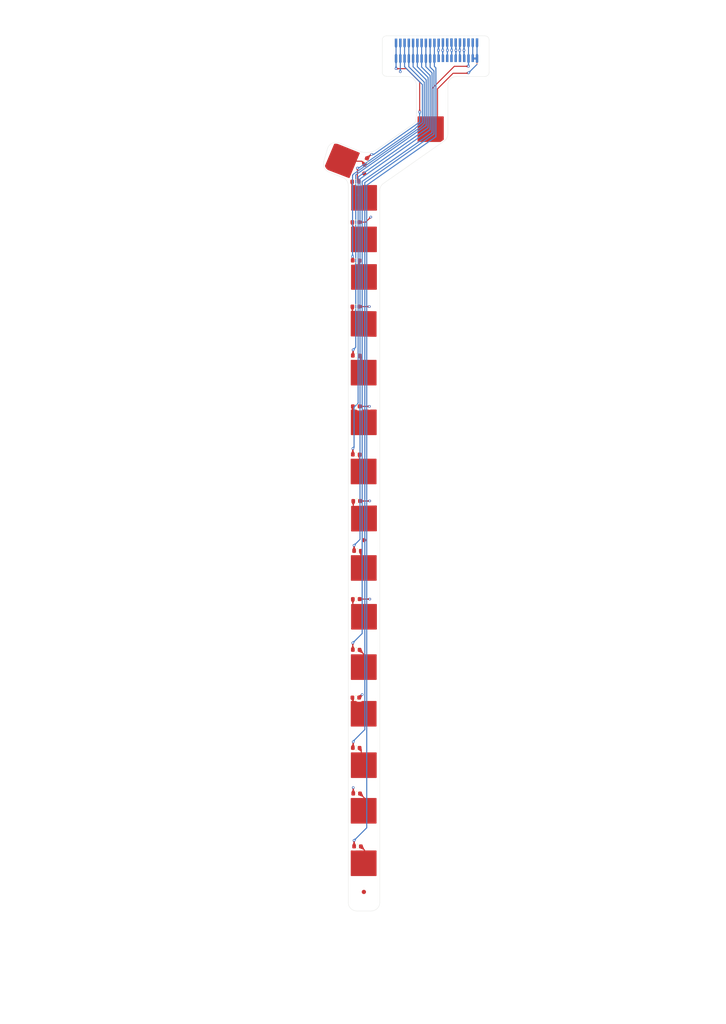
<source format=kicad_pcb>
(kicad_pcb
	(version 20240108)
	(generator "pcbnew")
	(generator_version "8.0")
	(general
		(thickness 1.6)
		(legacy_teardrops no)
	)
	(paper "A3")
	(layers
		(0 "F.Cu" signal)
		(1 "In1.Cu" signal)
		(2 "In2.Cu" signal)
		(31 "B.Cu" signal)
		(32 "B.Adhes" user "B.Adhesive")
		(33 "F.Adhes" user "F.Adhesive")
		(34 "B.Paste" user)
		(35 "F.Paste" user)
		(36 "B.SilkS" user "B.Silkscreen")
		(37 "F.SilkS" user "F.Silkscreen")
		(38 "B.Mask" user)
		(39 "F.Mask" user)
		(40 "Dwgs.User" user "User.Drawings")
		(41 "Cmts.User" user "User.Comments")
		(42 "Eco1.User" user "User.Eco1")
		(43 "Eco2.User" user "User.Eco2")
		(44 "Edge.Cuts" user)
		(45 "Margin" user)
		(46 "B.CrtYd" user "B.Courtyard")
		(47 "F.CrtYd" user "F.Courtyard")
		(48 "B.Fab" user)
		(49 "F.Fab" user)
		(50 "User.1" user)
		(51 "User.2" user)
		(52 "User.3" user)
		(53 "User.4" user)
		(54 "User.5" user)
		(55 "User.6" user)
		(56 "User.7" user)
		(57 "User.8" user)
		(58 "User.9" user)
	)
	(setup
		(stackup
			(layer "F.SilkS"
				(type "Top Silk Screen")
			)
			(layer "F.Paste"
				(type "Top Solder Paste")
			)
			(layer "F.Mask"
				(type "Top Solder Mask")
				(thickness 0.01)
			)
			(layer "F.Cu"
				(type "copper")
				(thickness 0.035)
			)
			(layer "dielectric 1"
				(type "prepreg")
				(thickness 0.1)
				(material "FR4")
				(epsilon_r 4.5)
				(loss_tangent 0.02)
			)
			(layer "In1.Cu"
				(type "copper")
				(thickness 0.035)
			)
			(layer "dielectric 2"
				(type "core")
				(thickness 1.24)
				(material "FR4")
				(epsilon_r 4.5)
				(loss_tangent 0.02)
			)
			(layer "In2.Cu"
				(type "copper")
				(thickness 0.035)
			)
			(layer "dielectric 3"
				(type "prepreg")
				(thickness 0.1)
				(material "FR4")
				(epsilon_r 4.5)
				(loss_tangent 0.02)
			)
			(layer "B.Cu"
				(type "copper")
				(thickness 0.035)
			)
			(layer "B.Mask"
				(type "Bottom Solder Mask")
				(thickness 0.01)
			)
			(layer "B.Paste"
				(type "Bottom Solder Paste")
			)
			(layer "B.SilkS"
				(type "Bottom Silk Screen")
			)
			(copper_finish "None")
			(dielectric_constraints no)
		)
		(pad_to_mask_clearance 0)
		(allow_soldermask_bridges_in_footprints no)
		(pcbplotparams
			(layerselection 0x00010fc_ffffffff)
			(plot_on_all_layers_selection 0x0000000_00000000)
			(disableapertmacros no)
			(usegerberextensions no)
			(usegerberattributes yes)
			(usegerberadvancedattributes yes)
			(creategerberjobfile no)
			(dashed_line_dash_ratio 12.000000)
			(dashed_line_gap_ratio 3.000000)
			(svgprecision 4)
			(plotframeref no)
			(viasonmask no)
			(mode 1)
			(useauxorigin yes)
			(hpglpennumber 1)
			(hpglpenspeed 20)
			(hpglpendiameter 15.000000)
			(pdf_front_fp_property_popups yes)
			(pdf_back_fp_property_popups yes)
			(dxfpolygonmode yes)
			(dxfimperialunits yes)
			(dxfusepcbnewfont yes)
			(psnegative no)
			(psa4output no)
			(plotreference no)
			(plotvalue no)
			(plotfptext no)
			(plotinvisibletext no)
			(sketchpadsonfab no)
			(subtractmaskfromsilk yes)
			(outputformat 1)
			(mirror no)
			(drillshape 0)
			(scaleselection 1)
			(outputdirectory "gerber/")
		)
	)
	(net 0 "")
	(net 1 "/V1")
	(net 2 "/V2")
	(net 3 "/V3")
	(net 4 "/V4")
	(net 5 "/V5")
	(net 6 "/V6")
	(net 7 "/V7")
	(net 8 "/V8")
	(net 9 "/V9")
	(net 10 "/V10")
	(net 11 "/V11")
	(net 12 "/V12")
	(net 13 "/V13")
	(net 14 "/V14")
	(net 15 "/V15")
	(net 16 "Net-(J17-Pin_1)")
	(net 17 "VBUS")
	(net 18 "GND")
	(net 19 "Net-(J16-Pin_1)")
	(net 20 "Net-(J15-Pin_1)")
	(net 21 "Net-(J14-Pin_1)")
	(net 22 "Net-(J13-Pin_1)")
	(net 23 "Net-(J12-Pin_1)")
	(net 24 "Net-(J11-Pin_1)")
	(net 25 "Net-(J10-Pin_1)")
	(net 26 "Net-(J9-Pin_1)")
	(net 27 "Net-(J8-Pin_1)")
	(net 28 "Net-(J7-Pin_1)")
	(net 29 "Net-(J6-Pin_1)")
	(net 30 "Net-(J5-Pin_1)")
	(net 31 "Net-(J4-Pin_1)")
	(net 32 "Net-(J3-Pin_1)")
	(net 33 "Net-(J2-Pin_1)")
	(footprint "Fuse:Fuse_0603_1608Metric" (layer "F.Cu") (at 198.1 148.9 180))
	(footprint "Fuse:Fuse_0603_1608Metric" (layer "F.Cu") (at 198.3 229.9))
	(footprint "Fiducial:Fiducial_1mm_Mask2mm" (layer "F.Cu") (at 199.8 240.575))
	(footprint "Fuse:Fuse_0603_1608Metric" (layer "F.Cu") (at 197.9 103.3 180))
	(footprint "VTSENS:Baby_ST_Bond_Pad" (layer "F.Cu") (at 199.75 198.6 90))
	(footprint "Fiducial:Fiducial_1mm_Mask2mm" (layer "F.Cu") (at 199.875 72.1))
	(footprint "VTSENS:Baby_ST_Bond_Pad" (layer "F.Cu") (at 199.75 87.35 90))
	(footprint "VTSENS:Baby_ST_Bond_Pad" (layer "F.Cu") (at 199.75 107.1 90))
	(footprint "Fuse:Fuse_0603_1608Metric" (layer "F.Cu") (at 197.85 74 180))
	(footprint "VTSENS:Baby_ST_Bond_Pad" (layer "F.Cu") (at 199.75 221.85 -90))
	(footprint "VTSENS:Baby_ST_Bond_Pad" (layer "F.Cu") (at 199.95 95.942699 90))
	(footprint "VTSENS:Baby_ST_Bond_Pad" (layer "F.Cu") (at 199.776785 210.6 90))
	(footprint "Fuse:Fuse_0603_1608Metric" (layer "F.Cu") (at 198 171.9 180))
	(footprint "Fuse:Fuse_0603_1608Metric" (layer "F.Cu") (at 198.3 160.6))
	(footprint "Fuse:Fuse_0603_1608Metric" (layer "F.Cu") (at 197.9 83.5 180))
	(footprint "VTSENS:Baby_ST_Bond_Pad" (layer "F.Cu") (at 199.776785 187.657301 90))
	(footprint "VTSENS:Baby_ST_Bond_Pad" (layer "F.Cu") (at 215.8 62 90))
	(footprint "Fuse:Fuse_0603_1608Metric" (layer "F.Cu") (at 197.9 195 180))
	(footprint "VTSENS:Baby_ST_Bond_Pad" (layer "F.Cu") (at 194.5 69.2 -22.5))
	(footprint "Fuse:Fuse_0603_1608Metric" (layer "F.Cu") (at 200.25 69.3 -110))
	(footprint "Fuse:Fuse_0603_1608Metric" (layer "F.Cu") (at 198 183.8))
	(footprint "Fuse:Fuse_0603_1608Metric" (layer "F.Cu") (at 198 206.8))
	(footprint "Fuse:Fuse_0603_1608Metric" (layer "F.Cu") (at 197.975 92.5))
	(footprint "Fuse:Fuse_0603_1608Metric" (layer "F.Cu") (at 198 138))
	(footprint "VTSENS:Baby_ST_Bond_Pad" (layer "F.Cu") (at 199.75 141.6 90))
	(footprint "VTSENS:Baby_ST_Bond_Pad" (layer "F.Cu") (at 199.75 153.1 -90))
	(footprint "Fiducial:Fiducial_1mm_Mask2mm" (layer "F.Cu") (at 199.8375 158.0625))
	(footprint "VTSENS:Baby_ST_Bond_Pad" (layer "F.Cu") (at 199.95 233.625 -90))
	(footprint "VTSENS:Baby_ST_Bond_Pad" (layer "F.Cu") (at 199.75 175.85 -90))
	(footprint "Fuse:Fuse_0603_1608Metric" (layer "F.Cu") (at 198 126.7 180))
	(footprint "VTSENS:Baby_ST_Bond_Pad" (layer "F.Cu") (at 199.75 118.6 90))
	(footprint "Fuse:Fuse_0603_1608Metric" (layer "F.Cu") (at 198 114.8))
	(footprint "VTSENS:Baby_ST_Bond_Pad" (layer "F.Cu") (at 199.776785 164.407301 90))
	(footprint "VTSENS:Baby_ST_Bond_Pad" (layer "F.Cu") (at 199.75 130.6 -90))
	(footprint "Fuse:Fuse_0603_1608Metric" (layer "F.Cu") (at 198.1 217.5))
	(footprint "VTSENS:Baby_ST_Bond_Pad" (layer "F.Cu") (at 200 78.1 90))
	(footprint "FPC:526102072" (layer "B.Cu") (at 216.85 44.3 180))
	(gr_line
		(start 229.2 40.803673)
		(end 229.2 48.3)
		(stroke
			(width 0.05)
			(type default)
		)
		(layer "Edge.Cuts")
		(uuid "0c3a8ab2-7e75-42d2-b164-ad685089c946")
	)
	(gr_arc
		(start 191.280846 66.23386)
		(mid 192.32697 64.998891)
		(end 193.944481 64.942474)
		(stroke
			(width 0.05)
			(type default)
		)
		(layer "Edge.Cuts")
		(uuid "10f9bb30-f390-4bca-87cc-c309a3b49011")
	)
	(gr_line
		(start 205.1 39.800054)
		(end 228.2 39.800054)
		(stroke
			(width 0.05)
			(type default)
		)
		(layer "Edge.Cuts")
		(uuid "16b4808f-509a-4301-b9f5-d6b5aa1d61bd")
	)
	(gr_arc
		(start 203.529941 76.076143)
		(mid 203.755923 75.152653)
		(end 204.382788 74.437844)
		(stroke
			(width 0.05)
			(type default)
		)
		(layer "Edge.Cuts")
		(uuid "1a0944c0-d98a-4bcf-9c0c-f97317397c2d")
	)
	(gr_line
		(start 198.639921 66.82723)
		(end 193.944477 64.942485)
		(stroke
			(width 0.05)
			(type default)
		)
		(layer "Edge.Cuts")
		(uuid "1a3faf27-3f01-4645-a6dd-df4dbe0e6b91")
	)
	(gr_line
		(start 203.529941 76.076143)
		(end 203.529941 243.035014)
		(stroke
			(width 0.05)
			(type default)
		)
		(layer "Edge.Cuts")
		(uuid "223ae23d-fed2-44a0-ac0c-59e9220eff32")
	)
	(gr_line
		(start 212.103406 58.956943)
		(end 212.103406 51.350274)
		(stroke
			(width 0.05)
			(type default)
		)
		(layer "Edge.Cuts")
		(uuid "225b2130-0a0c-4014-9028-17bac7829ad9")
	)
	(gr_arc
		(start 203.0802 66.316193)
		(mid 200.9248 67.134215)
		(end 198.639921 66.82723)
		(stroke
			(width 0.05)
			(type default)
		)
		(layer "Edge.Cuts")
		(uuid "22cbaac1-8499-4598-bb83-d24087f11cd3")
	)
	(gr_line
		(start 218.650559 64.447444)
		(end 204.382788 74.437844)
		(stroke
			(width 0.05)
			(type default)
		)
		(layer "Edge.Cuts")
		(uuid "35271b94-7235-4f02-b81a-99ade4f90566")
	)
	(gr_arc
		(start 205.107084 49.292902)
		(mid 204.4 49)
		(end 204.107111 48.292902)
		(stroke
			(width 0.05)
			(type default)
		)
		(layer "Edge.Cuts")
		(uuid "48b97b31-a070-473d-bbd4-38646e865acf")
	)
	(gr_arc
		(start 228.192855 39.801765)
		(mid 228.905702 40.098128)
		(end 229.198272 40.812541)
		(stroke
			(width 0.05)
			(type default)
		)
		(layer "Edge.Cuts")
		(uuid "505fa6dc-19bc-4da9-bb9d-917add817e2f")
	)
	(gr_line
		(start 204.107111 48.292902)
		(end 204.107176 40.800054)
		(stroke
			(width 0.05)
			(type default)
		)
		(layer "Edge.Cuts")
		(uuid "518d22fd-8d55-459e-a696-b21469a40ae0")
	)
	(gr_arc
		(start 229.200625 48.299993)
		(mid 228.892062 49.043394)
		(end 228.14782 49.349925)
		(stroke
			(width 0.05)
			(type default)
		)
		(layer "Edge.Cuts")
		(uuid "70907e19-7e8f-47a9-8543-f2ee9730fb06")
	)
	(gr_arc
		(start 212.103406 58.956943)
		(mid 211.87743 59.880443)
		(end 211.250559 60.595248)
		(stroke
			(width 0.05)
			(type default)
		)
		(layer "Edge.Cuts")
		(uuid "74d998d2-5d53-48e6-a766-531d71c1368c")
	)
	(gr_arc
		(start 219.503406 51.350274)
		(mid 220.089183 49.93605)
		(end 221.503406 49.350274)
		(stroke
			(width 0.05)
			(type default)
		)
		(layer "Edge.Cuts")
		(uuid "76bebf18-bf11-41ec-bd6b-1fbb3c660362")
	)
	(gr_arc
		(start 191.556678 71.70489)
		(mid 190.502041 70.721335)
		(end 190.383069 69.284155)
		(stroke
			(width 0.05)
			(type default)
		)
		(layer "Edge.Cuts")
		(uuid "8b2382ee-ef13-4846-9616-ff815fe4fde4")
	)
	(gr_line
		(start 190.383069 69.284155)
		(end 191.280846 66.23386)
		(stroke
			(width 0.05)
			(type default)
		)
		(layer "Edge.Cuts")
		(uuid "967219e8-c239-4be8-a9f8-460a8f35cb30")
	)
	(gr_arc
		(start 219.503406 62.809143)
		(mid 219.277423 63.732632)
		(end 218.650559 64.447444)
		(stroke
			(width 0.05)
			(type default)
		)
		(layer "Edge.Cuts")
		(uuid "a2689f82-1c28-4c33-acca-2016fcb18d11")
	)
	(gr_line
		(start 219.503406 51.350274)
		(end 219.503406 62.809143)
		(stroke
			(width 0.05)
			(type default)
		)
		(layer "Edge.Cuts")
		(uuid "a4def3db-73ee-456f-9051-0bacb1fb8633")
	)
	(gr_line
		(start 210.103406 49.350274)
		(end 205.107084 49.292902)
		(stroke
			(width 0.05)
			(type default)
		)
		(layer "Edge.Cuts")
		(uuid "a65305af-8693-4271-8ce8-a484020c652f")
	)
	(gr_arc
		(start 203.529941 243.035014)
		(mid 202.944163 244.449233)
		(end 201.529941 245.035014)
		(stroke
			(width 0.05)
			(type default)
		)
		(layer "Edge.Cuts")
		(uuid "ab997026-521e-488c-9464-752b8e6cfc9e")
	)
	(gr_arc
		(start 204.107176 40.800054)
		(mid 204.397513 40.095458)
		(end 205.1 39.800054)
		(stroke
			(width 0.05)
			(type default)
		)
		(layer "Edge.Cuts")
		(uuid "b117e708-a685-44cf-95aa-5b20bae40410")
	)
	(gr_line
		(start 196.129941 243.035014)
		(end 196.129941 74.892876)
		(stroke
			(width 0.05)
			(type default)
		)
		(layer "Edge.Cuts")
		(uuid "bba9b52d-7d8b-4d2c-9928-143bb3bf5245")
	)
	(gr_line
		(start 194.874948 73.036814)
		(end 191.556678 71.70489)
		(stroke
			(width 0.05)
			(type default)
		)
		(layer "Edge.Cuts")
		(uuid "bc5095cd-ed6b-457e-a3ac-dc0b731f7ded")
	)
	(gr_line
		(start 201.529941 245.035014)
		(end 198.129941 245.035014)
		(stroke
			(width 0.05)
			(type default)
		)
		(layer "Edge.Cuts")
		(uuid "c3e75e2c-65d4-4506-b806-ebaeafaf6c7b")
	)
	(gr_line
		(start 203.0802 66.316193)
		(end 211.250559 60.595248)
		(stroke
			(width 0.05)
			(type default)
		)
		(layer "Edge.Cuts")
		(uuid "c45156c5-6320-4ba9-a81c-c33aeca85dab")
	)
	(gr_arc
		(start 210.103406 49.350274)
		(mid 211.517591 49.936072)
		(end 212.103406 51.350274)
		(stroke
			(width 0.05)
			(type default)
		)
		(layer "Edge.Cuts")
		(uuid "cc5c8947-a412-407a-8c8f-4f2108becc4c")
	)
	(gr_arc
		(start 198.129941 245.035014)
		(mid 196.715762 244.449212)
		(end 196.129941 243.035014)
		(stroke
			(width 0.05)
			(type default)
		)
		(layer "Edge.Cuts")
		(uuid "e1c1652e-91a1-47a9-a4e1-2228355719af")
	)
	(gr_line
		(start 221.49782 49.349925)
		(end 228.14782 49.349925)
		(stroke
			(width 0.05)
			(type default)
		)
		(layer "Edge.Cuts")
		(uuid "ea7611bf-e12f-4739-8b5c-83b090bcc95f")
	)
	(gr_arc
		(start 194.87495 73.036808)
		(mid 195.786756 73.772604)
		(end 196.129941 74.892876)
		(stroke
			(width 0.05)
			(type default)
		)
		(layer "Edge.Cuts")
		(uuid "f5ce9bba-46c6-4549-a5ce-3f68383457b0")
	)
	(gr_curve
		(pts
			(xy 252.531409 236.420838) (xy 252.531684 236.420257) (xy 252.531958 236.419677) (xy 252.532348 236.418325)
		)
		(locked yes)
		(stroke
			(width 0.1)
			(type default)
		)
		(layer "User.2")
		(uuid "00009bff-2b67-4a9f-9429-a1ab792ce7ca")
	)
	(gr_curve
		(pts
			(xy 264.23124 107.926942) (xy 264.244176 107.919503) (xy 264.26491 107.90758) (xy 264.26491 107.90758)
		)
		(locked yes)
		(stroke
			(width 0.1)
			(type default)
		)
		(layer "User.2")
		(uuid "00019bae-e99a-40e3-83f7-926cd4924a0e")
	)
	(gr_line
		(start 246.099016 98.956728)
		(end 246.111058 99.0096)
		(locked yes)
		(stroke
			(width 0.1)
			(type default)
		)
		(layer "User.2")
		(uuid "0003e7b8-c2f7-4379-a378-3535ed705648")
	)
	(gr_curve
		(pts
			(xy 186.039369 110.618633) (xy 186.048583 110.624369) (xy 186.058502 110.628522) (xy 186.068569 110.630858)
		)
		(locked yes)
		(stroke
			(width 0.1)
			(type default)
		)
		(layer "User.2")
		(uuid "00047705-ff1a-479b-8b9a-150e55dd1d89")
	)
	(gr_line
		(start 148.927855 169.780551)
		(end 148.927856 169.780552)
		(locked yes)
		(stroke
			(width 0.1)
			(type default)
		)
		(layer "User.2")
		(uuid "000641b3-3751-454e-be0d-e664fa02e4d5")
	)
	(gr_line
		(start 272.461592 201.93287)
		(end 272.551793 201.985153)
		(locked yes)
		(stroke
			(width 0.1)
			(type default)
		)
		(layer "User.2")
		(uuid "000766f6-9531-4c40-8358-87e8ea4ae622")
	)
	(gr_curve
		(pts
			(xy 166.380842 91.789329) (xy 166.397173 91.83418) (xy 166.437417 91.870326) (xy 166.491845 91.885655)
		)
		(locked yes)
		(stroke
			(width 0.1)
			(type default)
		)
		(layer "User.2")
		(uuid "00077717-591f-4dd1-9759-cac2b89a8fd5")
	)
	(gr_curve
		(pts
			(xy 147.067673 79.763351) (xy 147.060454 79.724734) (xy 147.05213 79.683419) (xy 147.042616 79.639016)
		)
		(locked yes)
		(stroke
			(width 0.1)
			(type default)
		)
		(layer "User.2")
		(uuid "00092ce9-59f9-4671-83b5-87e828cb2ded")
	)
	(gr_curve
		(pts
			(xy 195.113094 107.916891) (xy 195.104087 107.912809) (xy 195.09508 107.908726) (xy 195.084443 107.903915)
		)
		(locked yes)
		(stroke
			(width 0.1)
			(type default)
		)
		(layer "User.2")
		(uuid "000ce51e-9afd-4470-8a3b-3388eed75118")
	)
	(gr_curve
		(pts
			(xy 172.132564 140.915226) (xy 172.112779 140.871696) (xy 172.092488 140.824597) (xy 172.072753 140.776294)
		)
		(locked yes)
		(stroke
			(width 0.1)
			(type default)
		)
		(layer "User.2")
		(uuid "000daad1-354b-4a01-81ec-4050b799c77d")
	)
	(gr_line
		(start 166.899867 98.824783)
		(end 166.899778 98.824569)
		(locked yes)
		(stroke
			(width 0.1)
			(type default)
		)
		(layer "User.2")
		(uuid "001073e5-de51-46b3-9767-0d47ec2bbeae")
	)
	(gr_curve
		(pts
			(xy 188.533138 124.103335) (xy 188.5294 124.112468) (xy 188.52748 124.122148) (xy 188.527484 124.13183)
		)
		(locked yes)
		(stroke
			(width 0.1)
			(type default)
		)
		(layer "User.2")
		(uuid "0010a4c4-862d-42a8-adab-558e1209c8c4")
	)
	(gr_curve
		(pts
			(xy 234.421956 107.843007) (xy 234.438621 107.829452) (xy 234.455227 107.815739) (xy 234.470819 107.801661)
		)
		(locked yes)
		(stroke
			(width 0.1)
			(type default)
		)
		(layer "User.2")
		(uuid "001115d4-3e9c-4bf3-95c1-756a7dfbcc98")
	)
	(gr_curve
		(pts
			(xy 132.108097 67.2425) (xy 132.10936 67.230863) (xy 132.110523 67.219881) (xy 132.111581 67.209626)
		)
		(locked yes)
		(stroke
			(width 0.1)
			(type default)
		)
		(layer "User.2")
		(uuid "00112601-d4f1-4ed7-923b-680ab7214d21")
	)
	(gr_curve
		(pts
			(xy 163.484948 148.650409) (xy 163.899419 149.789159) (xy 163.899419 149.789159) (xy 163.899419 149.789159)
		)
		(locked yes)
		(stroke
			(width 0.1)
			(type default)
		)
		(layer "User.2")
		(uuid "0011bb6b-13fb-4362-adb4-90a55ab0a909")
	)
	(gr_curve
		(pts
			(xy 145.531664 165.209673) (xy 145.592572 165.377016) (xy 145.65348 165.544359) (xy 145.714387 165.711702)
		)
		(locked yes)
		(stroke
			(width 0.1)
			(type default)
		)
		(layer "User.2")
		(uuid "00121ed2-7c9d-4fc0-9cbb-42b0f6e4d54c")
	)
	(gr_curve
		(pts
			(xy 173.652756 98.862929) (xy 173.642607 98.860792) (xy 173.632125 98.860248) (xy 173.62181 98.861322)
		)
		(locked yes)
		(stroke
			(width 0.1)
			(type default)
		)
		(layer "User.2")
		(uuid "0012b10f-6d36-4aed-a691-02d1701c9f73")
	)
	(gr_curve
		(pts
			(xy 193.229714 201.937092) (xy 193.230915 201.931682) (xy 193.232245 201.925851) (xy 193.233576 201.920021)
		)
		(locked yes)
		(stroke
			(width 0.1)
			(type default)
		)
		(layer "User.2")
		(uuid "00176287-7a4e-4177-9d80-8adb91d4a8b9")
	)
	(gr_curve
		(pts
			(xy 246.006998 121.796697) (xy 246.016005 121.777599) (xy 246.024522 121.757649) (xy 246.033037 121.737695)
		)
		(locked yes)
		(stroke
			(width 0.1)
			(type default)
		)
		(layer "User.2")
		(uuid "00198822-4a01-47ed-b58c-167091eb6658")
	)
	(gr_curve
		(pts
			(xy 168.676323 181.264237) (xy 168.675886 181.342897) (xy 168.67545 181.421557) (xy 168.674993 181.500359)
		)
		(locked yes)
		(stroke
			(width 0.1)
			(type default)
		)
		(layer "User.2")
		(uuid "001b8e2b-c086-4d49-bd88-4ea980998d7f")
	)
	(gr_curve
		(pts
			(xy 208.33355 90.429797) (xy 208.327098 90.438537) (xy 208.319102 90.446309) (xy 208.310174 90.452518)
		)
		(locked yes)
		(stroke
			(width 0.1)
			(type default)
		)
		(layer "User.2")
		(uuid "001d20e6-19a7-4592-8b6b-dc795dfbd635")
	)
	(gr_curve
		(pts
			(xy 184.647685 85.141502) (xy 184.641618 85.149285) (xy 184.636931 85.15837) (xy 184.633887 85.168245)
		)
		(locked yes)
		(stroke
			(width 0.1)
			(type default)
		)
		(layer "User.2")
		(uuid "001d2de4-4380-44d1-8b79-6078c9ca10b2")
	)
	(gr_curve
		(pts
			(xy 128.979548 204.589908) (xy 128.97268 204.597396) (xy 128.967282 204.605855) (xy 128.963649 204.614823)
		)
		(locked yes)
		(stroke
			(width 0.1)
			(type default)
		)
		(layer "User.2")
		(uuid "001db3bf-6415-47a9-9a90-221944a55c89")
	)
	(gr_circle
		(center 199.829889 56.700274)
		(end 202.979889 56.700274)
		(locked yes)
		(stroke
			(width 0.1)
			(type default)
		)
		(fill none)
		(layer "User.2")
		(uuid "001dcb3f-ef2b-4990-8509-75bcb2ed1932")
	)
	(gr_line
		(start 144.692349 176.897313)
		(end 144.584631 176.959259)
		(locked yes)
		(stroke
			(width 0.1)
			(type default)
		)
		(layer "User.2")
		(uuid "001e69ad-2616-4114-be7f-556f50773681")
	)
	(gr_curve
		(pts
			(xy 133.988723 70.906102) (xy 134.022681 70.877608) (xy 134.059217 70.846951) (xy 134.097414 70.8149)
		)
		(locked yes)
		(stroke
			(width 0.1)
			(type default)
		)
		(layer "User.2")
		(uuid "001f3030-a910-47e2-8664-dbaef9a1328a")
	)
	(gr_curve
		(pts
			(xy 191.453259 170.522665) (xy 191.450065 170.512736) (xy 191.448437 170.502305) (xy 191.448455 170.491875)
		)
		(locked yes)
		(stroke
			(width 0.1)
			(type default)
		)
		(layer "User.2")
		(uuid "001ff002-97c2-4106-847e-92e9b8a6e0b3")
	)
	(gr_curve
		(pts
			(xy 228.165453 147.251738) (xy 228.165015 147.327229) (xy 228.164559 147.402851) (xy 228.164103 147.478474)
		)
		(locked yes)
		(stroke
			(width 0.1)
			(type default)
		)
		(layer "User.2")
		(uuid "0021e2c9-bfec-4549-bad1-f3a8620e2420")
	)
	(gr_curve
		(pts
			(xy 231.146097 124.869339) (xy 231.126715 124.872805) (xy 231.106836 124.878137) (xy 231.086755 124.88455)
		)
		(locked yes)
		(stroke
			(width 0.1)
			(type default)
		)
		(layer "User.2")
		(uuid "00234422-ab28-4639-ba6d-133e51f8c022")
	)
	(gr_curve
		(pts
			(xy 211.081807 204.699432) (xy 211.081609 204.623809) (xy 211.081411 204.548186) (xy 211.081231 204.472693)
		)
		(locked yes)
		(stroke
			(width 0.1)
			(type default)
		)
		(layer "User.2")
		(uuid "00239c1a-f5f7-4a3b-80c2-554212ee4105")
	)
	(gr_line
		(start 252.531352 236.420889)
		(end 252.531409 236.420838)
		(locked yes)
		(stroke
			(width 0.1)
			(type default)
		)
		(layer "User.2")
		(uuid "00241cba-0713-418c-89ee-b344b8b57188")
	)
	(gr_curve
		(pts
			(xy 273.962735 222.351882) (xy 273.958484 222.342375) (xy 273.955723 222.332209) (xy 273.954582 222.321871)
		)
		(locked yes)
		(stroke
			(width 0.1)
			(type default)
		)
		(layer "User.2")
		(uuid "0027423e-7fa2-4330-9695-6e74fc5f17d6")
	)
	(gr_curve
		(pts
			(xy 191.310448 238.582943) (xy 191.303418 238.575369) (xy 191.294884 238.568827) (xy 191.285326 238.563683)
		)
		(locked yes)
		(stroke
			(width 0.1)
			(type default)
		)
		(layer "User.2")
		(uuid "002a9036-1f17-480b-9dd5-6b2035689de1")
	)
	(gr_curve
		(pts
			(xy 125.397557 128.444366) (xy 125.251483 128.043031) (xy 125.105409 127.641696) (xy 124.959335 127.240361)
		)
		(locked yes)
		(stroke
			(width 0.1)
			(type default)
		)
		(layer "User.2")
		(uuid "002c6d28-a550-40b6-9a3e-f577febc5898")
	)
	(gr_curve
		(pts
			(xy 128.919107 227.542698) (xy 128.91937 227.388218) (xy 128.919633 227.234133) (xy 128.919895 227.080352)
		)
		(locked yes)
		(stroke
			(width 0.1)
			(type default)
		)
		(layer "User.2")
		(uuid "002c8522-975c-4fa8-aff7-05d7aae33a51")
	)
	(gr_curve
		(pts
			(xy 250.932847 113.401785) (xy 250.926752 113.393321) (xy 250.921993 113.383897) (xy 250.918799 113.373968)
		)
		(locked yes)
		(stroke
			(width 0.1)
			(type default)
		)
		(layer "User.2")
		(uuid "002d29ee-0dd2-4602-a730-c39d8371ec02")
	)
	(gr_curve
		(pts
			(xy 148.605111 103.491996) (xy 148.52921 103.283462) (xy 148.45331 103.074928) (xy 148.37741 102.866395)
		)
		(locked yes)
		(stroke
			(width 0.1)
			(type default)
		)
		(layer "User.2")
		(uuid "002d88e7-2ea7-4e7c-923e-b9ee16a864e0")
	)
	(gr_curve
		(pts
			(xy 186.053045 171.039083) (xy 185.996862 171.024389) (xy 185.95661 170.988231) (xy 185.940284 170.943365)
		)
		(locked yes)
		(stroke
			(width 0.1)
			(type default)
		)
		(layer "User.2")
		(uuid "002f5722-df39-48ba-8448-fb9eb9a0dce3")
	)
	(gr_curve
		(pts
			(xy 173.520286 190.399436) (xy 173.52635 190.388973) (xy 173.532913 190.377651) (xy 173.539477 190.366326)
		)
		(locked yes)
		(stroke
			(width 0.1)
			(type default)
		)
		(layer "User.2")
		(uuid "002fcb64-09d2-460a-aac2-b6f09a8020d8")
	)
	(gr_circle
		(center 249.409843 118.050274)
		(end 259.909843 118.050274)
		(locked yes)
		(stroke
			(width 0.1)
			(type default)
		)
		(fill none)
		(layer "User.2")
		(uuid "00369d7f-0bd1-48fa-b358-c4e862161357")
	)
	(gr_line
		(start 224.798757 84.806444)
		(end 224.798773 84.80652)
		(locked yes)
		(stroke
			(width 0.1)
			(type default)
		)
		(layer "User.2")
		(uuid "00379668-1d43-4c72-bf1c-692c9375564c")
	)
	(gr_curve
		(pts
			(xy 168.711845 161.757944) (xy 168.75498 161.742244) (xy 168.778899 161.733538) (xy 168.778905 161.733536)
		)
		(locked yes)
		(stroke
			(width 0.1)
			(type default)
		)
		(layer "User.2")
		(uuid "003b2a46-32ec-47ed-ac1b-10ba68005289")
	)
	(gr_curve
		(pts
			(xy 148.544783 81.383831) (xy 148.546245 81.383504) (xy 148.572269 81.376518) (xy 148.617578 81.364281)
		)
		(locked yes)
		(stroke
			(width 0.1)
			(type default)
		)
		(layer "User.2")
		(uuid "003b614f-72b6-4358-a416-b7778f8b13e2")
	)
	(gr_curve
		(pts
			(xy 225.970693 202.059923) (xy 225.836778 202.136935) (xy 225.703205 202.21375) (xy 225.569895 202.290414)
		)
		(locked yes)
		(stroke
			(width 0.1)
			(type default)
		)
		(layer "User.2")
		(uuid "003dc29d-f15f-49cc-adb5-a124c4661299")
	)
	(gr_curve
		(pts
			(xy 247.820255 226.970472) (xy 247.819059 226.993217) (xy 247.817937 227.015953) (xy 247.816708 227.037962)
		)
		(locked yes)
		(stroke
			(width 0.1)
			(type default)
		)
		(layer "User.2")
		(uuid "00402e2c-3a67-40bb-bfad-8c798adef18b")
	)
	(gr_curve
		(pts
			(xy 274.188842 84.922071) (xy 274.187702 84.911733) (xy 274.188183 84.901227) (xy 274.190259 84.891061)
		)
		(locked yes)
		(stroke
			(width 0.1)
			(type default)
		)
		(layer "User.2")
		(uuid "0040a87e-309a-4000-b684-9516b084b86b")
	)
	(gr_curve
		(pts
			(xy 194.949914 107.687005) (xy 194.948774 107.676668) (xy 194.949254 107.666162) (xy 194.95133 107.655995)
		)
		(locked yes)
		(stroke
			(width 0.1)
			(type default)
		)
		(layer "User.2")
		(uuid "00426dde-375d-43b8-99d8-a6ea389d29e6")
	)
	(gr_curve
		(pts
			(xy 124.907386 211.037391) (xy 124.980898 210.995116) (xy 125.022968 210.970923) (xy 125.022968 210.970923)
		)
		(locked yes)
		(stroke
			(width 0.1)
			(type default)
		)
		(layer "User.2")
		(uuid "004366d3-482e-4d89-9c1a-22c90f92d353")
	)
	(gr_curve
		(pts
			(xy 215.327722 73.743794) (xy 215.321682 73.73599) (xy 215.314259 73.729487) (xy 215.305872 73.72465)
		)
		(locked yes)
		(stroke
			(width 0.1)
			(type default)
		)
		(layer "User.2")
		(uuid "00454525-b814-4168-8785-de358557c22d")
	)
	(gr_curve
		(pts
			(xy 165.283307 141.968633) (xy 165.286429 141.971466) (xy 165.289912 141.974619) (xy 165.293645 141.978041)
		)
		(locked yes)
		(stroke
			(width 0.1)
			(type default)
		)
		(layer "User.2")
		(uuid "0047721b-f0d6-4a5f-8d5c-e867ef861306")
	)
	(gr_line
		(start 208.050412 227.865093)
		(end 208.050278 227.865166)
		(locked yes)
		(stroke
			(width 0.1)
			(type default)
		)
		(layer "User.2")
		(uuid "00492e51-1e68-4b4e-b28c-ba102b77c1f4")
	)
	(gr_curve
		(pts
			(xy 267.550729 216.480913) (xy 267.550721 216.480922) (xy 267.550714 216.480932) (xy 267.550707 216.480942)
		)
		(locked yes)
		(stroke
			(width 0.1)
			(type default)
		)
		(layer "User.2")
		(uuid "004c1ffa-0644-483a-ad9f-9bd4a94507b9")
	)
	(gr_curve
		(pts
			(xy 151.906551 147.583258) (xy 151.912638 147.591654) (xy 151.920042 147.599094) (xy 151.928408 147.605222)
		)
		(locked yes)
		(stroke
			(width 0.1)
			(type default)
		)
		(layer "User.2")
		(uuid "004dffca-f117-4506-8ed1-16ac4821a982")
	)
	(gr_curve
		(pts
			(xy 188.566753 101.100092) (xy 188.566778 101.085393) (xy 188.566804 101.070347) (xy 188.566804 101.070347)
		)
		(locked yes)
		(stroke
			(width 0.1)
			(type default)
		)
		(layer "User.2")
		(uuid "00511cc0-12b1-49ac-9f93-6d99efa60355")
	)
	(gr_arc
		(start 247.859299 204.070507)
		(mid 249.259586 203.903758)
		(end 250.659294 204.07528)
		(locked yes)
		(stroke
			(width 0.1)
			(type default)
		)
		(layer "User.2")
		(uuid "005267c0-4a1e-4c95-9e7a-323f6146a4a9")
	)
	(gr_curve
		(pts
			(xy 214.414308 210.859045) (xy 214.430973 210.84549) (xy 214.447579 210.831777) (xy 214.463171 210.817699)
		)
		(locked yes)
		(stroke
			(width 0.1)
			(type default)
		)
		(layer "User.2")
		(uuid "0053cda4-9b69-4402-a5c9-188eae272d5b")
	)
	(gr_curve
		(pts
			(xy 208.202577 181.849888) (xy 208.198944 181.858856) (xy 208.197078 181.868331) (xy 208.19708 181.877796)
		)
		(locked yes)
		(stroke
			(width 0.1)
			(type default)
		)
		(layer "User.2")
		(uuid "00557eac-7951-484f-bf1c-85b295c243ca")
	)
	(gr_curve
		(pts
			(xy 204.940662 96.283553) (xy 204.944889 96.274083) (xy 204.94763 96.263951) (xy 204.948755 96.253642)
		)
		(locked yes)
		(stroke
			(width 0.1)
			(type default)
		)
		(layer "User.2")
		(uuid "00569870-3a96-4d05-ae47-f709fcb427bc")
	)
	(gr_line
		(start 214.550618 210.800379)
		(end 214.550362 210.80057)
		(locked yes)
		(stroke
			(width 0.1)
			(type default)
		)
		(layer "User.2")
		(uuid "00574acb-c5ac-4aff-a025-22afc93f111e")
	)
	(gr_line
		(start 253.741825 83.700274)
		(end 284.741825 83.700274)
		(locked yes)
		(stroke
			(width 0.1)
			(type default)
		)
		(layer "User.2")
		(uuid "0057c207-d1f0-477e-8f93-9f28d49dcedc")
	)
	(gr_line
		(start 205.801955 99.180702)
		(end 205.801956 99.180702)
		(locked yes)
		(stroke
			(width 0.1)
			(type default)
		)
		(layer "User.2")
		(uuid "0058b1e3-db7b-48b6-a5d8-a59de9dcfbe6")
	)
	(gr_curve
		(pts
			(xy 172.13269 118.015551) (xy 172.112876 117.971964) (xy 172.092559 117.92481) (xy 172.072801 117.876453)
		)
		(locked yes)
		(stroke
			(width 0.1)
			(type default)
		)
		(layer "User.2")
		(uuid "005b8b33-ba7a-41ab-8739-c37045f55f81")
	)
	(gr_curve
		(pts
			(xy 253.321524 190.954377) (xy 253.248157 190.911852) (xy 253.20617 190.887515) (xy 253.20617 190.887515)
		)
		(locked yes)
		(stroke
			(width 0.1)
			(type default)
		)
		(layer "User.2")
		(uuid "005d573a-2c30-49ec-8b40-888669460f97")
	)
	(gr_line
		(start 184.917053 222.245248)
		(end 184.917051 222.245245)
		(locked yes)
		(stroke
			(width 0.1)
			(type default)
		)
		(layer "User.2")
		(uuid "005fd8b8-d910-4702-b3d7-7d1bfad7727a")
	)
	(gr_curve
		(pts
			(xy 213.253175 190.517903) (xy 213.262621 190.524815) (xy 213.271551 190.531313) (xy 213.279903 190.537357)
		)
		(locked yes)
		(stroke
			(width 0.1)
			(type default)
		)
		(layer "User.2")
		(uuid "00648426-eb84-45b2-b71d-23f9473f1609")
	)
	(gr_line
		(start 168.776755 135.111309)
		(end 168.776544 135.235575)
		(locked yes)
		(stroke
			(width 0.1)
			(type default)
		)
		(layer "User.2")
		(uuid "0064884d-ebb0-4084-b7e9-4e4064ef2842")
	)
	(gr_curve
		(pts
			(xy 122.21501 147.944811) (xy 122.229764 147.985345) (xy 122.24553 148.028661) (xy 122.261944 148.073758)
		)
		(locked yes)
		(stroke
			(width 0.1)
			(type default)
		)
		(layer "User.2")
		(uuid "0064cd93-de48-466b-8306-acca51ecb7ab")
	)
	(gr_curve
		(pts
			(xy 193.185479 224.860783) (xy 193.186129 224.857907) (xy 193.18687 224.854512) (xy 193.187692 224.850716)
		)
		(locked yes)
		(stroke
			(width 0.1)
			(type default)
		)
		(layer "User.2")
		(uuid "006864ac-7907-4ea9-9af8-e359fa3cc453")
	)
	(gr_line
		(start 141.616755 62.179118)
		(end 142.116755 61.759556)
		(locked yes)
		(stroke
			(width 0.1)
			(type default)
		)
		(layer "User.2")
		(uuid "00698232-5fb3-4c10-b56f-2ada8caf608e")
	)
	(gr_arc
		(start 225.5363 156.464432)
		(mid 224.6703 155.322376)
		(end 224.118758 153.99948)
		(locked yes)
		(stroke
			(width 0.1)
			(type default)
		)
		(layer "User.2")
		(uuid "006a7ee2-6ac7-415a-be38-113601beb1c9")
	)
	(gr_curve
		(pts
			(xy 144.609829 162.676951) (xy 144.609835 162.676949) (xy 144.633754 162.668243) (xy 144.676889 162.652543)
		)
		(locked yes)
		(stroke
			(width 0.1)
			(type default)
		)
		(layer "User.2")
		(uuid "006e988a-bda2-430d-8afb-8b40213bbabe")
	)
	(gr_curve
		(pts
			(xy 204.339982 142.406054) (xy 204.473293 142.32939) (xy 204.606865 142.252576) (xy 204.74078 142.175564)
		)
		(locked yes)
		(stroke
			(width 0.1)
			(type default)
		)
		(layer "User.2")
		(uuid "006f1979-fe5b-41a6-ae6c-0c2fed931ea3")
	)
	(gr_curve
		(pts
			(xy 267.539098 239.337988) (xy 267.544082 239.345112) (xy 267.551352 239.354026) (xy 267.560384 239.364176)
		)
		(locked yes)
		(stroke
			(width 0.1)
			(type default)
		)
		(layer "User.2")
		(uuid "006fabc8-d18b-4676-b07d-ecfbf5238b06")
	)
	(gr_arc
		(start 234.17328 53.665466)
		(mid 234.905578 52.711749)
		(end 236.052393 52.350295)
		(locked yes)
		(stroke
			(width 0.1)
			(type default)
		)
		(layer "User.2")
		(uuid "0071d826-1f0e-464c-8d5d-356452f15e5c")
	)
	(gr_line
		(start 206.316753 144.729955)
		(end 206.402124 144.723274)
		(locked yes)
		(stroke
			(width 0.1)
			(type default)
		)
		(layer "User.2")
		(uuid "0071e877-0439-4e85-8aea-148e9ba21c96")
	)
	(gr_curve
		(pts
			(xy 194.866467 245.227558) (xy 194.860517 245.219928) (xy 194.853245 245.213574) (xy 194.845047 245.208843)
		)
		(locked yes)
		(stroke
			(width 0.1)
			(type default)
		)
		(layer "User.2")
		(uuid "0071ebb2-d707-462f-bed6-f3c6d67c9b7c")
	)
	(gr_curve
		(pts
			(xy 264.117952 153.771702) (xy 264.114868 153.781384) (xy 264.113359 153.791855) (xy 264.113507 153.802543)
		)
		(locked yes)
		(stroke
			(width 0.1)
			(type default)
		)
		(layer "User.2")
		(uuid "00730f46-4feb-47bf-a18b-6cc13cb38d91")
	)
	(gr_line
		(start 189.157113 153.369504)
		(end 189.244877 153.610633)
		(locked yes)
		(stroke
			(width 0.1)
			(type default)
		)
		(layer "User.2")
		(uuid "0073abbc-5df5-4f28-a8a2-bf4991fc6a7e")
	)
	(gr_curve
		(pts
			(xy 254.950091 188.502124) (xy 254.956159 188.491649) (xy 254.961728 188.482043) (xy 254.966374 188.474034)
		)
		(locked yes)
		(stroke
			(width 0.1)
			(type default)
		)
		(layer "User.2")
		(uuid "0074b6cf-8bc2-44ad-a867-a170317101b1")
	)
	(gr_arc
		(start 228.032744 238.386753)
		(mid 229.43303 238.220022)
		(end 230.83274 238.391527)
		(locked yes)
		(stroke
			(width 0.1)
			(type default)
		)
		(layer "User.2")
		(uuid "0075acdf-ad5e-4782-81eb-0ca9665b41a2")
	)
	(gr_curve
		(pts
			(xy 144.890515 121.160159) (xy 144.953452 121.333076) (xy 145.016389 121.505993) (xy 145.079326 121.67891)
		)
		(locked yes)
		(stroke
			(width 0.1)
			(type default)
		)
		(layer "User.2")
		(uuid "00763c2a-4bec-427f-9f0f-c803a1d4bde3")
	)
	(gr_curve
		(pts
			(xy 127.013268 88.545399) (xy 127.160882 88.950964) (xy 127.308496 89.356529) (xy 127.456109 89.762095)
		)
		(locked yes)
		(stroke
			(width 0.1)
			(type default)
		)
		(layer "User.2")
		(uuid "007c79bd-3158-4a63-a548-ba65ec4df34b")
	)
	(gr_arc
		(start 214.805783 118.124142)
		(mid 214.77879 118.634522)
		(end 214.69984 119.139482)
		(locked yes)
		(stroke
			(width 0.1)
			(type default)
		)
		(layer "User.2")
		(uuid "00826d6d-b6f1-4034-86cf-f124020f3ce4")
	)
	(gr_arc
		(start 149.463742 238.352633)
		(mid 150.565462 238.311848)
		(end 151.654208 238.485301)
		(locked yes)
		(stroke
			(width 0.1)
			(type default)
		)
		(layer "User.2")
		(uuid "008513f9-4611-4824-a116-ec235d00ad38")
	)
	(gr_curve
		(pts
			(xy 272.684298 110.477695) (xy 272.687908 110.485568) (xy 272.691132 110.490654) (xy 272.69404 110.492767)
		)
		(locked yes)
		(stroke
			(width 0.1)
			(type default)
		)
		(layer "User.2")
		(uuid "0086ab2b-37d3-4614-aaa0-04253d1d55b8")
	)
	(gr_line
		(start 127.037993 236.034981)
		(end 127.037992 236.034981)
		(locked yes)
		(stroke
			(width 0.1)
			(type default)
		)
		(layer "User.2")
		(uuid "0087fc8b-43d6-499e-8a5d-534f837a33dd")
	)
	(gr_curve
		(pts
			(xy 225.884933 224.88949) (xy 225.900874 224.877914) (xy 225.918074 224.865297) (xy 225.936105 224.85205)
		)
		(locked yes)
		(stroke
			(width 0.1)
			(type default)
		)
		(layer "User.2")
		(uuid "008a327e-67e8-4d68-bcee-3e3ee13ddcdc")
	)
	(gr_curve
		(pts
			(xy 250.78991 158.515018) (xy 250.780352 158.509874) (xy 250.769775 158.506131) (xy 250.758774 158.503999)
		)
		(locked yes)
		(stroke
			(width 0.1)
			(type default)
		)
		(layer "User.2")
		(uuid "008e6011-f095-4e09-8337-7d52628f24a6")
	)
	(gr_arc
		(start 153.583056 224.802119)
		(mid 150.253579 226.064213)
		(end 146.928445 224.790682)
		(locked yes)
		(stroke
			(width 0.1)
			(type default)
		)
		(layer "User.2")
		(uuid "008f69b1-e231-40fc-a41c-1b5215f98cf2")
	)
	(gr_curve
		(pts
			(xy 245.967955 144.696664) (xy 245.976962 144.677566) (xy 245.985479 144.657616) (xy 245.993993 144.637662)
		)
		(locked yes)
		(stroke
			(width 0.1)
			(type default)
		)
		(layer "User.2")
		(uuid "009179fe-f92e-4a93-81ad-599a3a10a89c")
	)
	(gr_line
		(start 232.833518 201.987537)
		(end 232.83352 201.987528)
		(locked yes)
		(stroke
			(width 0.1)
			(type default)
		)
		(layer "User.2")
		(uuid "0092053e-0dda-4431-944c-43da42c4bf59")
	)
	(gr_curve
		(pts
			(xy 272.449413 224.979483) (xy 272.466865 224.979514) (xy 272.484287 224.984214) (xy 272.499386 224.992965)
		)
		(locked yes)
		(stroke
			(width 0.1)
			(type default)
		)
		(layer "User.2")
		(uuid "00966453-8635-45d7-8e03-aae6acda7ba6")
	)
	(gr_curve
		(pts
			(xy 145.531664 119.409673) (xy 145.592572 119.577016) (xy 145.65348 119.744359) (xy 145.714387 119.911702)
		)
		(locked yes)
		(stroke
			(width 0.1)
			(type default)
		)
		(layer "User.2")
		(uuid "0096a0e9-16f4-4805-90a7-68ab9e18e20b")
	)
	(gr_curve
		(pts
			(xy 163.484948 102.850409) (xy 163.899419 103.989159) (xy 163.899419 103.989159) (xy 163.899419 103.989159)
		)
		(locked yes)
		(stroke
			(width 0.1)
			(type default)
		)
		(layer "User.2")
		(uuid "00970e4f-3a6c-403d-afe1-680bb8e2acb4")
	)
	(gr_curve
		(pts
			(xy 141.821396 227.227823) (xy 141.83781 227.27292) (xy 141.854873 227.319799) (xy 141.872166 227.367311)
		)
		(locked yes)
		(stroke
			(width 0.1)
			(type default)
		)
		(layer "User.2")
		(uuid "00988473-e330-4f99-9901-16874fec99a4")
	)
	(gr_curve
		(pts
			(xy 267.726892 147.847129) (xy 267.706905 147.840666) (xy 267.687111 147.835272) (xy 267.667804 147.831726)
		)
		(locked yes)
		(stroke
			(width 0.1)
			(type default)
		)
		(layer "User.2")
		(uuid "0098db86-e64a-45cf-9178-f2a9c1e445ed")
	)
	(gr_arc
		(start 153.622042 201.902204)
		(mid 153.653013 201.883455)
		(end 153.688628 201.876963)
		(locked yes)
		(stroke
			(width 0.1)
			(type default)
		)
		(layer "User.2")
		(uuid "00998481-0d84-42f1-bdf4-09b170f1d189")
	)
	(gr_curve
		(pts
			(xy 132.079059 95.326665) (xy 132.116652 95.409156) (xy 132.153735 95.482765) (xy 132.190978 95.549089)
		)
		(locked yes)
		(stroke
			(width 0.1)
			(type default)
		)
		(layer "User.2")
		(uuid "0099a84c-7909-4c0b-ba16-4fa55c2e127d")
	)
	(gr_curve
		(pts
			(xy 181.421396 158.527823) (xy 181.43781 158.57292) (xy 181.454873 158.619799) (xy 181.472166 158.667311)
		)
		(locked yes)
		(stroke
			(width 0.1)
			(type default)
		)
		(layer "User.2")
		(uuid "009da224-3946-4a69-b69b-460bffd053bd")
	)
	(gr_curve
		(pts
			(xy 136.398896 68.231024) (xy 136.196418 68.400923) (xy 135.99394 68.570822) (xy 135.791462 68.740721)
		)
		(locked yes)
		(stroke
			(width 0.1)
			(type default)
		)
		(layer "User.2")
		(uuid "00a4b130-06e8-45a3-adb9-4861c58a8a48")
	)
	(gr_curve
		(pts
			(xy 211.190411 158.910775) (xy 211.18108 158.905559) (xy 211.170737 158.90167) (xy 211.159945 158.899323)
		)
		(locked yes)
		(stroke
			(width 0.1)
			(type default)
		)
		(layer "User.2")
		(uuid "00a65d1c-68d1-4481-bbe9-a87463286a12")
	)
	(gr_curve
		(pts
			(xy 128.484771 182.726416) (xy 128.40887 182.517882) (xy 128.33297 182.309348) (xy 128.25707 182.100814)
		)
		(locked yes)
		(stroke
			(width 0.1)
			(type default)
		)
		(layer "User.2")
		(uuid "00a69a38-7606-4a05-91b3-379ca3cd67d9")
	)
	(gr_curve
		(pts
			(xy 247.993746 113.193528) (xy 247.995087 113.207053) (xy 247.996677 113.222985) (xy 247.998477 113.240154)
		)
		(locked yes)
		(stroke
			(width 0.1)
			(type default)
		)
		(layer "User.2")
		(uuid "00a7acc6-2790-4f74-af20-6627778a8085")
	)
	(gr_curve
		(pts
			(xy 214.701413 96.274209) (xy 214.711723 96.264892) (xy 214.722034 96.255575) (xy 214.728404 96.249646)
		)
		(locked yes)
		(stroke
			(width 0.1)
			(type default)
		)
		(layer "User.2")
		(uuid "00a81824-7fc1-4cf6-bb79-8e617eff931e")
	)
	(gr_line
		(start 168.616213 159.112836)
		(end 168.616444 159.112865)
		(locked yes)
		(stroke
			(width 0.1)
			(type default)
		)
		(layer "User.2")
		(uuid "00a85d32-c6fa-4271-926f-d23981065081")
	)
	(gr_curve
		(pts
			(xy 264.112419 199.602595) (xy 264.10171 199.60732) (xy 264.091618 199.611804) (xy 264.082207 199.616015)
		)
		(locked yes)
		(stroke
			(width 0.1)
			(type default)
		)
		(layer "User.2")
		(uuid "00a86ca5-8e38-4503-a44e-ad9f075f6de1")
	)
	(gr_curve
		(pts
			(xy 270.532377 238.63848) (xy 270.532232 238.72328) (xy 270.532149 238.77181) (xy 270.532149 238.77181)
		)
		(locked yes)
		(stroke
			(width 0.1)
			(type default)
		)
		(layer "User.2")
		(uuid "00a88285-927f-4e11-9232-1c2ac9dec13e")
	)
	(gr_arc
		(start 229.563367 161.774367)
		(mid 220.304201 152.483572)
		(end 229.594993 143.224404)
		(locked yes)
		(stroke
			(width 0.1)
			(type default)
		)
		(layer "User.2")
		(uuid "00ab9c61-4c45-47e9-8eeb-d47472ddb155")
	)
	(gr_curve
		(pts
			(xy 146.838132 201.770818) (xy 146.844771 201.782362) (xy 146.851407 201.793901) (xy 146.857523 201.804536)
		)
		(locked yes)
		(stroke
			(width 0.1)
			(type default)
		)
		(layer "User.2")
		(uuid "00af09db-70f3-4e3f-a59e-83b46c72f15e")
	)
	(gr_curve
		(pts
			(xy 224.649025 176.412961) (xy 224.651191 176.414962) (xy 224.653761 176.417301) (xy 224.656637 176.419911)
		)
		(locked yes)
		(stroke
			(width 0.1)
			(type default)
		)
		(layer "User.2")
		(uuid "00b0e0c2-7f5e-4ab0-9326-ee04f91b571e")
	)
	(gr_curve
		(pts
			(xy 151.153555 221.368606) (xy 151.20799 221.383937) (xy 151.276614 221.378446) (xy 151.338975 221.355748)
		)
		(locked yes)
		(stroke
			(width 0.1)
			(type default)
		)
		(layer "User.2")
		(uuid "00b1d6dc-0283-44a5-9db1-546956fda209")
	)
	(gr_arc
		(start 161.624846 147.515834)
		(mid 159.547263 139.124334)
		(end 164.305449 131.906767)
		(locked yes)
		(stroke
			(width 0.1)
			(type default)
		)
		(layer "User.2")
		(uuid "00b36ba0-4052-44f3-b6c3-eb977317a458")
	)
	(gr_curve
		(pts
			(xy 252.899442 121.833259) (xy 252.912525 121.842953) (xy 252.925329 121.85245) (xy 252.937642 121.861543)
		)
		(locked yes)
		(stroke
			(width 0.1)
			(type default)
		)
		(layer "User.2")
		(uuid "00b3ca6f-54b2-4ede-b34a-ed0e975ba7d5")
	)
	(gr_arc
		(start 151.865385 101.871066)
		(mid 154.391114 103.642804)
		(end 155.357375 106.572768)
		(locked yes)
		(stroke
			(width 0.1)
			(type default)
		)
		(layer "User.2")
		(uuid "00b3d73b-c991-4c4a-8c45-54452e1bdea2")
	)
	(gr_curve
		(pts
			(xy 188.908301 43.513684) (xy 188.90335 43.509995) (xy 188.898188 43.50637) (xy 188.892848 43.502831)
		)
		(locked yes)
		(stroke
			(width 0.1)
			(type default)
		)
		(layer "User.2")
		(uuid "00b70656-4fc8-4685-8dcc-474705a54c35")
	)
	(gr_line
		(start 153.457382 96.130566)
		(end 153.457788 96.215588)
		(locked yes)
		(stroke
			(width 0.1)
			(type default)
		)
		(layer "User.2")
		(uuid "00b7dc5f-f3b7-4836-ad7c-90cfebbf023c")
	)
	(gr_curve
		(pts
			(xy 189.192772 171.489046) (xy 189.255709 171.661963) (xy 189.318646 171.83488) (xy 189.381582 172.007797)
		)
		(locked yes)
		(stroke
			(width 0.1)
			(type default)
		)
		(layer "User.2")
		(uuid "00b9e501-2776-4e73-a119-971b6ddf7343")
	)
	(gr_curve
		(pts
			(xy 132.639809 209.83992) (xy 132.649147 209.887323) (xy 132.634878 209.943318) (xy 132.597038 209.992235)
		)
		(locked yes)
		(stroke
			(width 0.1)
			(type default)
		)
		(layer "User.2")
		(uuid "00bdaa48-88e5-4d50-b282-8cd2dc88f621")
	)
	(gr_curve
		(pts
			(xy 171.568547 227.808418) (xy 171.564533 227.809705) (xy 171.560061 227.811145) (xy 171.555231 227.812667)
		)
		(locked yes)
		(stroke
			(width 0.1)
			(type default)
		)
		(layer "User.2")
		(uuid "00bdcd4a-c9c8-4163-bff7-691d59e558e3")
	)
	(gr_curve
		(pts
			(xy 145.691476 121.898878) (xy 145.652662 121.792237) (xy 145.613848 121.685596) (xy 145.575033 121.578954)
		)
		(locked yes)
		(stroke
			(width 0.1)
			(type default)
		)
		(layer "User.2")
		(uuid "00bf2f83-94a7-45d1-9752-dd3e53826823")
	)
	(gr_curve
		(pts
			(xy 146.775466 190.065089) (xy 146.627852 189.659523) (xy 146.480238 189.253958) (xy 146.332625 188.848392)
		)
		(locked yes)
		(stroke
			(width 0.1)
			(type default)
		)
		(layer "User.2")
		(uuid "00c064a5-fe93-4d05-a24d-4f7a5ea765fa")
	)
	(gr_curve
		(pts
			(xy 149.592772 125.689046) (xy 149.655709 125.861963) (xy 149.718646 126.03488) (xy 149.781582 126.207797)
		)
		(locked yes)
		(stroke
			(width 0.1)
			(type default)
		)
		(layer "User.2")
		(uuid "00c19ce6-d4a4-420e-bf13-3555745f75e3")
	)
	(gr_curve
		(pts
			(xy 208.08958 204.965085) (xy 208.089539 204.965099) (xy 208.089497 204.965112) (xy 208.089456 204.965126)
		)
		(locked yes)
		(stroke
			(width 0.1)
			(type default)
		)
		(layer "User.2")
		(uuid "00c27ff4-2bc4-4874-bebb-028d5ae18b29")
	)
	(gr_curve
		(pts
			(xy 151.995057 124.719494) (xy 151.98516 124.716203) (xy 151.975783 124.711353) (xy 151.967379 124.705176)
		)
		(locked yes)
		(stroke
			(width 0.1)
			(type default)
		)
		(layer "User.2")
		(uuid "00c2a864-ee85-4a25-8a37-83cf894b811a")
	)
	(gr_line
		(start 194.80367 222.262258)
		(end 194.803644 222.262131)
		(locked yes)
		(stroke
			(width 0.1)
			(type default)
		)
		(layer "User.2")
		(uuid "00c37aba-5edc-40c6-9ad6-575a773e3282")
	)
	(gr_arc
		(start 130.452174 181.017873)
		(mid 131.192043 181.061592)
		(end 131.919863 181.201571)
		(locked yes)
		(stroke
			(width 0.1)
			(type default)
		)
		(layer "User.2")
		(uuid "00c7ef8d-2d92-4ee1-9467-34d74d791f22")
	)
	(gr_line
		(start 233.778301 179.474072)
		(end 233.885811 179.536388)
		(locked yes)
		(stroke
			(width 0.1)
			(type default)
		)
		(layer "User.2")
		(uuid "00c9365e-4d8f-4ca8-922d-9846802c1324")
	)
	(gr_curve
		(pts
			(xy 151.829904 216.321614) (xy 151.827089 216.322489) (xy 151.823778 216.323545) (xy 151.820079 216.324731)
		)
		(locked yes)
		(stroke
			(width 0.1)
			(type default)
		)
		(layer "User.2")
		(uuid "00ca5c23-6417-4a06-b7ef-3870218e5c88")
	)
	(gr_curve
		(pts
			(xy 129.255424 66.468116) (xy 129.243318 66.468098) (xy 129.232215 66.468078) (xy 129.222956 66.468059)
		)
		(locked yes)
		(stroke
			(width 0.1)
			(type default)
		)
		(layer "User.2")
		(uuid "00ccb849-b8c5-4a28-8377-a560690184c9")
	)
	(gr_arc
		(start 166.031902 76.308418)
		(mid 165.187357 75.179104)
		(end 164.636031 73.881167)
		(locked yes)
		(stroke
			(width 0.1)
			(type default)
		)
		(layer "User.2")
		(uuid "00cd5f22-f537-48e3-be66-5bba6fd6f1a9")
	)
	(gr_line
		(start 215.459193 142.581311)
		(end 215.545155 142.631138)
		(locked yes)
		(stroke
			(width 0.1)
			(type default)
		)
		(layer "User.2")
		(uuid "00cee612-d788-4675-a472-2e4088cfd1e6")
	)
	(gr_curve
		(pts
			(xy 208.14178 227.161623) (xy 208.134724 227.169173) (xy 208.12917 227.177756) (xy 208.125433 227.186889)
		)
		(locked yes)
		(stroke
			(width 0.1)
			(type default)
		)
		(layer "User.2")
		(uuid "00d3f239-e67d-4165-93eb-05bf40d00e8a")
	)
	(gr_curve
		(pts
			(xy 148.670006 123.153766) (xy 148.829981 123.593294) (xy 148.989956 124.032822) (xy 149.149931 124.47235)
		)
		(locked yes)
		(stroke
			(width 0.1)
			(type default)
		)
		(layer "User.2")
		(uuid "00d4ac6a-7ace-4d61-b1c4-c1bfe7c714a5")
	)
	(gr_curve
		(pts
			(xy 144.419753 185.054723) (xy 144.403994 185.011406) (xy 144.412148 184.959388) (xy 144.444377 184.913724)
		)
		(locked yes)
		(stroke
			(width 0.1)
			(type default)
		)
		(layer "User.2")
		(uuid "00d5727a-f8c5-46d0-a144-c18a17d3e345")
	)
	(gr_curve
		(pts
			(xy 154.266503 225.064628) (xy 154.275736 225.058923) (xy 154.284266 225.051635) (xy 154.291613 225.043173)
		)
		(locked yes)
		(stroke
			(width 0.1)
			(type default)
		)
		(layer "User.2")
		(uuid "00d5907d-39a1-4670-92e6-61e1edbc2c64")
	)
	(gr_curve
		(pts
			(xy 148.912389 150.136237) (xy 148.809963 149.854823) (xy 148.707537 149.57341) (xy 148.605111 149.291996)
		)
		(locked yes)
		(stroke
			(width 0.1)
			(type default)
		)
		(layer "User.2")
		(uuid "00d8fb95-5365-423c-a8f6-fbc8c3aba56a")
	)
	(gr_curve
		(pts
			(xy 168.912667 197.460518) (xy 168.919222 197.461095) (xy 168.925791 197.461672) (xy 168.932371 197.462249)
		)
		(locked yes)
		(stroke
			(width 0.1)
			(type default)
		)
		(layer "User.2")
		(uuid "00dbc4ce-0c60-4879-a1b8-55275245d12f")
	)
	(gr_curve
		(pts
			(xy 144.029906 160.874974) (xy 144.062139 160.829304) (xy 144.118453 160.78999) (xy 144.180814 160.767293)
		)
		(locked yes)
		(stroke
			(width 0.1)
			(type default)
		)
		(layer "User.2")
		(uuid "00dd086e-2718-41ee-be65-faab4c6f7844")
	)
	(gr_curve
		(pts
			(xy 165.36281 110.430406) (xy 165.330347 110.341217) (xy 165.297885 110.252027) (xy 165.265422 110.162837)
		)
		(locked yes)
		(stroke
			(width 0.1)
			(type default)
		)
		(layer "User.2")
		(uuid "00de71b1-2328-45b7-a0b6-a02d8b7ccccb")
	)
	(gr_curve
		(pts
			(xy 132.124778 136.141035) (xy 132.120763 136.142322) (xy 132.116292 136.143763) (xy 132.111462 136.145284)
		)
		(locked yes)
		(stroke
			(width 0.1)
			(type default)
		)
		(layer "User.2")
		(uuid "00deb0aa-7619-448e-9657-47c9f41d2f02")
	)
	(gr_arc
		(start 141.245192 119.685353)
		(mid 137.589337 126.186243)
		(end 130.587536 128.755569)
		(locked yes)
		(stroke
			(width 0.1)
			(type default)
		)
		(layer "User.2")
		(uuid "00e12beb-8d2b-4d2a-ac08-9597b22a83e8")
	)
	(gr_curve
		(pts
			(xy 188.418449 192.519155) (xy 188.413453 192.519142) (xy 188.410873 192.519134) (xy 188.410904 192.519133)
		)
		(locked yes)
		(stroke
			(width 0.1)
			(type default)
		)
		(layer "User.2")
		(uuid "00e4b65c-fa99-425f-8490-12a0e0ee2cb3")
	)
	(gr_curve
		(pts
			(xy 227.989543 193.564114) (xy 227.976319 193.559843) (xy 227.963094 193.555573) (xy 227.954775 193.553021)
		)
		(locked yes)
		(stroke
			(width 0.1)
			(type default)
		)
		(layer "User.2")
		(uuid "00e6a037-e0e2-428e-8420-02c0e4a5a8af")
	)
	(gr_curve
		(pts
			(xy 211.333048 113.334527) (xy 211.339135 113.342923) (xy 211.346539 113.350363) (xy 211.354905 113.356491)
		)
		(locked yes)
		(stroke
			(width 0.1)
			(type default)
		)
		(layer "User.2")
		(uuid "00e77201-52b0-48f2-8195-b77f54168326")
	)
	(gr_curve
		(pts
			(xy 213.801444 76.320167) (xy 213.80981 76.32504) (xy 213.819142 76.328248) (xy 213.828916 76.329611)
		)
		(locked yes)
		(stroke
			(width 0.1)
			(type default)
		)
		(layer "User.2")
		(uuid "00e85ff3-baec-400f-85c9-37312099d2ad")
	)
	(gr_curve
		(pts
			(xy 235.306867 131.171677) (xy 235.309376 131.167357) (xy 235.310674 131.165126) (xy 235.310659 131.165154)
		)
		(locked yes)
		(stroke
			(width 0.1)
			(type default)
		)
		(layer "User.2")
		(uuid "00e8fe73-8463-4e6e-a537-abeb5099e60f")
	)
	(gr_curve
		(pts
			(xy 146.621341 224.800328) (xy 146.628744 224.808524) (xy 146.63726 224.815566) (xy 146.646426 224.821069)
		)
		(locked yes)
		(stroke
			(width 0.1)
			(type default)
		)
		(layer "User.2")
		(uuid "00e9a536-58d2-4604-98a3-cbe05bf1aa98")
	)
	(gr_curve
		(pts
			(xy 122.684857 170.673801) (xy 122.670374 170.634011) (xy 122.656868 170.596901) (xy 122.644219 170.562148)
		)
		(locked yes)
		(stroke
			(width 0.1)
			(type default)
		)
		(layer "User.2")
		(uuid "00ea81e8-3f12-475f-b0b6-34bb63fa76eb")
	)
	(gr_curve
		(pts
			(xy 224.596096 107.904253) (xy 224.593012 107.913934) (xy 224.591503 107.924405) (xy 224.591651 107.935094)
		)
		(locked yes)
		(stroke
			(width 0.1)
			(type default)
		)
		(layer "User.2")
		(uuid "00ea9f30-b5dc-4ee7-9d58-be94515182bc")
	)
	(gr_curve
		(pts
			(xy 186.375466 167.165089) (xy 186.227852 166.759523) (xy 186.080238 166.353958) (xy 185.932625 165.948392)
		)
		(locked yes)
		(stroke
			(width 0.1)
			(type default)
		)
		(layer "User.2")
		(uuid "00eb6543-b874-4a65-9745-0d2484f3dab8")
	)
	(gr_curve
		(pts
			(xy 146.250376 239.396344) (xy 146.267429 239.443199) (xy 146.283742 239.488018) (xy 146.298903 239.529672)
		)
		(locked yes)
		(stroke
			(width 0.1)
			(type default)
		)
		(layer "User.2")
		(uuid "00ee58f2-8159-4f0b-9792-c3ef66801f91")
	)
	(gr_curve
		(pts
			(xy 148.702127 216.313849) (xy 148.702085 216.313863) (xy 148.702044 216.313876) (xy 148.702002 216.31389)
		)
		(locked yes)
		(stroke
			(width 0.1)
			(type default)
		)
		(layer "User.2")
		(uuid "00f251fb-bfac-4567-a0e1-4d1599ce534f")
	)
	(gr_curve
		(pts
			(xy 264.190505 153.802662) (xy 264.179797 153.807387) (xy 264.169704 153.811871) (xy 264.160294 153.816082)
		)
		(locked yes)
		(stroke
			(width 0.1)
			(type default)
		)
		(layer "User.2")
		(uuid "00f2e717-55ee-4398-a616-7c4643fc47d2")
	)
	(gr_curve
		(pts
			(xy 129.094968 181.035481) (xy 129.093739 181.057491) (xy 129.092404 181.07877) (xy 129.090784 181.098653)
		)
		(locked yes)
		(stroke
			(width 0.1)
			(type default)
		)
		(layer "User.2")
		(uuid "00f5bf9e-47cb-45d0-b080-0208916bc7c7")
	)
	(gr_curve
		(pts
			(xy 252.764481 167.708868) (xy 252.755473 167.703726) (xy 252.74566 167.699998) (xy 252.735511 167.697861)
		)
		(locked yes)
		(stroke
			(width 0.1)
			(type default)
		)
		(layer "User.2")
		(uuid "00f5edff-c162-4661-be1d-412ecf5b8d4c")
	)
	(gr_line
		(start 145.636336 84.706252)
		(end 145.470457 84.824429)
		(locked yes)
		(stroke
			(width 0.1)
			(type default)
		)
		(layer "User.2")
		(uuid "00f677e9-921a-454a-9eb8-778be568b665")
	)
	(gr_curve
		(pts
			(xy 243.73655 165.579439) (xy 243.718062 165.591444) (xy 243.698892 165.603719) (xy 243.67975 165.616062)
		)
		(locked yes)
		(stroke
			(width 0.1)
			(type default)
		)
		(layer "User.2")
		(uuid "00f758c9-5c63-47f6-b70a-4bb9364d0afc")
	)
	(gr_curve
		(pts
			(xy 193.425974 247.800858) (xy 193.435157 247.795386) (xy 193.443696 247.788373) (xy 193.451125 247.780201)
		)
		(locked yes)
		(stroke
			(width 0.1)
			(type default)
		)
		(layer "User.2")
		(uuid "00fb71b8-8e38-4585-b735-16dd129077d7")
	)
	(gr_curve
		(pts
			(xy 171.695502 159.105401) (xy 171.692687 159.106276) (xy 171.689376 159.107332) (xy 171.685677 159.108518)
		)
		(locked yes)
		(stroke
			(width 0.1)
			(type default)
		)
		(layer "User.2")
		(uuid "00fbbe49-1fdc-4cef-98cd-15136dea3e26")
	)
	(gr_arc
		(start 267.881175 78.84609)
		(mid 269.305147 78.650487)
		(end 270.728441 78.850944)
		(locked yes)
		(stroke
			(width 0.1)
			(type default)
		)
		(layer "User.2")
		(uuid "00fc0c91-f3e0-4082-aba4-a0f61772a5c3")
	)
	(gr_curve
		(pts
			(xy 168.761041 90.319359) (xy 168.766026 90.326484) (xy 168.773296 90.335397) (xy 168.782327 90.345548)
		)
		(locked yes)
		(stroke
			(width 0.1)
			(type default)
		)
		(layer "User.2")
		(uuid "00fc2ea1-544e-4705-9cc1-bea64abcd83d")
	)
	(gr_curve
		(pts
			(xy 149.137232 129.107236) (xy 149.191667 129.122567) (xy 149.260291 129.117075) (xy 149.322653 129.094378)
		)
		(locked yes)
		(stroke
			(width 0.1)
			(type default)
		)
		(layer "User.2")
		(uuid "010011a2-b90f-4f46-980d-06ff1050f5bf")
	)
	(gr_curve
		(pts
			(xy 185.202195 84.84998) (xy 185.189082 84.847224) (xy 185.177857 84.845354) (xy 185.169234 84.844544)
		)
		(locked yes)
		(stroke
			(width 0.1)
			(type default)
		)
		(layer "User.2")
		(uuid "01014f14-e36e-4fd3-892f-9a6d02d22cf3")
	)
	(gr_curve
		(pts
			(xy 124.959335 218.840361) (xy 124.94178 218.792128) (xy 124.924582 218.744877) (xy 124.907606 218.698237)
		)
		(locked yes)
		(stroke
			(width 0.1)
			(type default)
		)
		(layer "User.2")
		(uuid "0103c664-a84f-40f4-a1c3-8ec594df3cfb")
	)
	(gr_line
		(start 224.845893 70.636952)
		(end 226.588503 70.636952)
		(locked yes)
		(stroke
			(width 0.1)
			(type default)
		)
		(layer "User.2")
		(uuid "0106e9a2-adac-41cd-8981-647ae18b3969")
	)
	(gr_line
		(start 188.433013 238.194967)
		(end 188.432802 238.319236)
		(locked yes)
		(stroke
			(width 0.1)
			(type default)
		)
		(layer "User.2")
		(uuid "0107558d-a9d8-4532-b91f-6cffd54b3e31")
	)
	(gr_curve
		(pts
			(xy 213.025872 236.294955) (xy 213.030513 236.286947) (xy 213.036076 236.277349) (xy 213.042141 236.266886)
		)
		(locked yes)
		(stroke
			(width 0.1)
			(type default)
		)
		(layer "User.2")
		(uuid "010a6647-9c8d-40d0-8f8c-7d6aa5f13191")
	)
	(gr_curve
		(pts
			(xy 129.19241 67.242931) (xy 129.192673 67.088451) (xy 129.192936 66.934366) (xy 129.193198 66.780585)
		)
		(locked yes)
		(stroke
			(width 0.1)
			(type default)
		)
		(layer "User.2")
		(uuid "010a94e7-e2d3-4db9-917e-e269c946cb0b")
	)
	(gr_curve
		(pts
			(xy 183.631653 183.774338) (xy 183.597673 183.820643) (xy 183.58952 183.872676) (xy 183.605292 183.916)
		)
		(locked yes)
		(stroke
			(width 0.1)
			(type default)
		)
		(layer "User.2")
		(uuid "010acc69-337c-4a89-8f0a-615974b7dd90")
	)
	(gr_curve
		(pts
			(xy 152.00007 78.240982) (xy 151.996363 78.231836) (xy 151.990839 78.223234) (xy 151.983809 78.21566)
		)
		(locked yes)
		(stroke
			(width 0.1)
			(type default)
		)
		(layer "User.2")
		(uuid "010ae57d-4416-4166-a515-693557dfc54d")
	)
	(gr_curve
		(pts
			(xy 211.192307 181.392051) (xy 211.1886 181.382905) (xy 211.183076 181.374304) (xy 211.176046 181.36673)
		)
		(locked yes)
		(stroke
			(width 0.1)
			(type default)
		)
		(layer "User.2")
		(uuid "010afa1c-f713-4982-8a85-a7dc9e5d60b1")
	)
	(gr_curve
		(pts
			(xy 253.480405 191.03773) (xy 253.482907 191.033405) (xy 253.486619 191.026994) (xy 253.491259 191.018981)
		)
		(locked yes)
		(stroke
			(width 0.1)
			(type default)
		)
		(layer "User.2")
		(uuid "010d085b-61ea-4fa0-a781-132d44e2734c")
	)
	(gr_line
		(start 181.694586 182.26801)
		(end 181.523895 181.709435)
		(locked yes)
		(stroke
			(width 0.1)
			(type default)
		)
		(layer "User.2")
		(uuid "010de39d-fd3b-4b8e-8db1-8e820d09a917")
	)
	(gr_curve
		(pts
			(xy 147.255391 122.683672) (xy 147.095416 122.244144) (xy 146.935441 121.804616) (xy 146.775466 121.365089)
		)
		(locked yes)
		(stroke
			(width 0.1)
			(type default)
		)
		(layer "User.2")
		(uuid "0111e725-9243-4191-8a70-d861eac783eb")
	)
	(gr_curve
		(pts
			(xy 264.253808 85.126788) (xy 264.247435 85.129651) (xy 264.241783 85.13218) (xy 264.23613 85.134709)
		)
		(locked yes)
		(stroke
			(width 0.1)
			(type default)
		)
		(layer "User.2")
		(uuid "0114451d-1ca5-4e54-80ec-dcfe1967112c")
	)
	(gr_curve
		(pts
			(xy 184.474384 199.622267) (xy 184.465981 199.627075) (xy 184.458536 199.633553) (xy 184.452469 199.641336)
		)
		(locked yes)
		(stroke
			(width 0.1)
			(type default
... [12335278 chars truncated]
</source>
